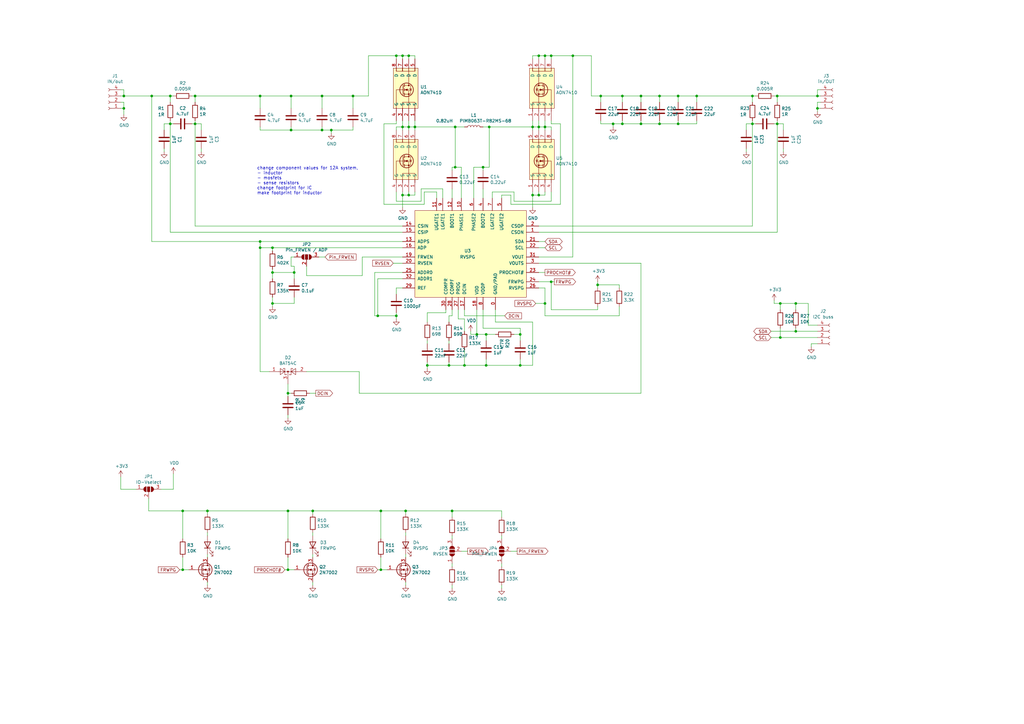
<source format=kicad_sch>
(kicad_sch (version 20211123) (generator eeschema)
  (paper "A3")
  (junction (at 220.98 22.86))
  (junction (at 119.38 53.34))
  (junction (at 186.69 52.07))
  (junction (at 167.64 22.86))
  (junction (at 106.68 39.37))
  (junction (at 234.95 22.86))
  (junction (at 218.44 80.01))
  (junction (at 74.93 209.55))
  (junction (at 154.94 129.54))
  (junction (at 318.77 39.37))
  (junction (at 80.01 50.8))
  (junction (at 185.42 209.55))
  (junction (at 318.77 50.8))
  (junction (at 111.76 111.76))
  (junction (at 69.85 39.37))
  (junction (at 165.1 52.07))
  (junction (at 170.18 52.07))
  (junction (at 278.13 50.8))
  (junction (at 308.61 50.8))
  (junction (at 186.69 68.58))
  (junction (at 262.89 50.8))
  (junction (at 80.01 39.37))
  (junction (at 223.52 52.07))
  (junction (at 119.38 39.37))
  (junction (at 213.36 137.16))
  (junction (at 255.27 50.8))
  (junction (at 195.58 137.16))
  (junction (at 111.76 124.46))
  (junction (at 335.28 39.37))
  (junction (at 320.04 124.46))
  (junction (at 165.1 80.01))
  (junction (at 198.12 68.58))
  (junction (at 226.06 115.57))
  (junction (at 166.37 209.55))
  (junction (at 74.93 233.68))
  (junction (at 199.39 149.86))
  (junction (at 245.11 116.84))
  (junction (at 223.52 22.86))
  (junction (at 262.89 39.37))
  (junction (at 120.65 111.76))
  (junction (at 200.66 52.07))
  (junction (at 270.51 39.37))
  (junction (at 62.23 39.37))
  (junction (at 308.61 39.37))
  (junction (at 167.64 80.01))
  (junction (at 218.44 52.07))
  (junction (at 106.68 101.6))
  (junction (at 156.21 209.55))
  (junction (at 85.09 209.55))
  (junction (at 144.78 39.37))
  (junction (at 118.11 233.68))
  (junction (at 190.5 149.86))
  (junction (at 220.98 80.01))
  (junction (at 111.76 101.6))
  (junction (at 326.39 124.46))
  (junction (at 106.68 99.06))
  (junction (at 184.15 149.86))
  (junction (at 226.06 22.86))
  (junction (at 156.21 233.68))
  (junction (at 69.85 50.8))
  (junction (at 320.04 138.43))
  (junction (at 335.28 44.45))
  (junction (at 223.52 124.46))
  (junction (at 128.27 209.55))
  (junction (at 270.51 50.8))
  (junction (at 50.8 44.45))
  (junction (at 167.64 52.07))
  (junction (at 118.11 161.29))
  (junction (at 162.56 22.86))
  (junction (at 213.36 149.86))
  (junction (at 132.08 39.37))
  (junction (at 220.98 52.07))
  (junction (at 118.11 209.55))
  (junction (at 175.26 149.86))
  (junction (at 135.89 53.34))
  (junction (at 285.75 39.37))
  (junction (at 132.08 53.34))
  (junction (at 255.27 39.37))
  (junction (at 251.46 50.8))
  (junction (at 165.1 22.86))
  (junction (at 199.39 137.16))
  (junction (at 326.39 135.89))
  (junction (at 50.8 39.37))
  (junction (at 278.13 39.37))
  (junction (at 162.56 129.54))
  (junction (at 246.38 39.37))
  (wire (pts (xy 170.18 52.07) (xy 170.18 53.34)))
  (wire (pts (xy 331.47 124.46) (xy 326.39 124.46)))
  (wire (pts (xy 278.13 39.37) (xy 285.75 39.37)))
  (wire (pts (xy 251.46 50.8) (xy 255.27 50.8)))
  (wire (pts (xy 106.68 39.37) (xy 119.38 39.37)))
  (wire (pts (xy 185.42 240.03) (xy 185.42 241.3)))
  (wire (pts (xy 175.26 139.7) (xy 175.26 140.97)))
  (wire (pts (xy 218.44 132.08) (xy 218.44 149.86)))
  (wire (pts (xy 308.61 92.71) (xy 308.61 50.8)))
  (wire (pts (xy 205.74 240.03) (xy 205.74 241.3)))
  (wire (pts (xy 62.23 39.37) (xy 62.23 99.06)))
  (wire (pts (xy 245.11 116.84) (xy 254 116.84)))
  (wire (pts (xy 119.38 105.41) (xy 119.38 109.22)))
  (wire (pts (xy 80.01 39.37) (xy 106.68 39.37)))
  (wire (pts (xy 154.94 114.3) (xy 154.94 129.54)))
  (wire (pts (xy 326.39 135.89) (xy 326.39 134.62)))
  (wire (pts (xy 170.18 22.86) (xy 167.64 22.86)))
  (wire (pts (xy 119.38 53.34) (xy 106.68 53.34)))
  (wire (pts (xy 119.38 39.37) (xy 132.08 39.37)))
  (wire (pts (xy 218.44 24.13) (xy 218.44 22.86)))
  (wire (pts (xy 185.42 129.54) (xy 185.42 127)))
  (wire (pts (xy 220.98 80.01) (xy 218.44 80.01)))
  (wire (pts (xy 317.5 123.19) (xy 317.5 124.46)))
  (wire (pts (xy 106.68 99.06) (xy 165.1 99.06)))
  (wire (pts (xy 201.93 81.28) (xy 201.93 78.74)))
  (wire (pts (xy 321.31 62.23) (xy 321.31 60.96)))
  (wire (pts (xy 162.56 22.86) (xy 151.13 22.86)))
  (wire (pts (xy 245.11 116.84) (xy 245.11 118.11)))
  (wire (pts (xy 185.42 231.14) (xy 185.42 232.41)))
  (wire (pts (xy 80.01 39.37) (xy 80.01 41.91)))
  (wire (pts (xy 147.32 161.29) (xy 147.32 152.4)))
  (wire (pts (xy 223.52 118.11) (xy 223.52 124.46)))
  (wire (pts (xy 335.28 135.89) (xy 326.39 135.89)))
  (wire (pts (xy 165.1 24.13) (xy 165.1 22.86)))
  (wire (pts (xy 111.76 125.73) (xy 111.76 124.46)))
  (wire (pts (xy 71.12 39.37) (xy 69.85 39.37)))
  (wire (pts (xy 184.15 139.7) (xy 184.15 140.97)))
  (wire (pts (xy 125.73 113.03) (xy 125.73 109.22)))
  (wire (pts (xy 167.64 80.01) (xy 170.18 80.01)))
  (wire (pts (xy 335.28 36.83) (xy 335.28 39.37)))
  (wire (pts (xy 162.56 49.53) (xy 162.56 50.8)))
  (wire (pts (xy 220.98 49.53) (xy 220.98 52.07)))
  (wire (pts (xy 203.2 127) (xy 203.2 132.08)))
  (wire (pts (xy 223.52 124.46) (xy 223.52 129.54)))
  (wire (pts (xy 198.12 134.62) (xy 198.12 127)))
  (wire (pts (xy 326.39 127) (xy 326.39 124.46)))
  (wire (pts (xy 50.8 39.37) (xy 62.23 39.37)))
  (wire (pts (xy 321.31 50.8) (xy 318.77 50.8)))
  (wire (pts (xy 153.67 129.54) (xy 154.94 129.54)))
  (wire (pts (xy 309.88 39.37) (xy 308.61 39.37)))
  (wire (pts (xy 66.04 200.66) (xy 71.12 200.66)))
  (wire (pts (xy 182.88 128.27) (xy 182.88 127)))
  (wire (pts (xy 111.76 102.87) (xy 111.76 101.6)))
  (wire (pts (xy 198.12 68.58) (xy 200.66 68.58)))
  (wire (pts (xy 223.52 22.86) (xy 226.06 22.86)))
  (wire (pts (xy 306.07 62.23) (xy 306.07 60.96)))
  (wire (pts (xy 220.98 101.6) (xy 223.52 101.6)))
  (wire (pts (xy 185.42 68.58) (xy 186.69 68.58)))
  (wire (pts (xy 212.09 226.06) (xy 209.55 226.06)))
  (wire (pts (xy 316.23 135.89) (xy 326.39 135.89)))
  (wire (pts (xy 223.52 129.54) (xy 254 129.54)))
  (wire (pts (xy 220.98 52.07) (xy 220.98 53.34)))
  (wire (pts (xy 184.15 129.54) (xy 184.15 132.08)))
  (wire (pts (xy 50.8 36.83) (xy 50.8 39.37)))
  (wire (pts (xy 245.11 115.57) (xy 245.11 116.84)))
  (wire (pts (xy 165.1 101.6) (xy 111.76 101.6)))
  (wire (pts (xy 190.5 135.89) (xy 190.5 130.81)))
  (wire (pts (xy 111.76 110.49) (xy 111.76 111.76)))
  (wire (pts (xy 198.12 52.07) (xy 200.66 52.07)))
  (wire (pts (xy 111.76 101.6) (xy 106.68 101.6)))
  (wire (pts (xy 186.69 52.07) (xy 190.5 52.07)))
  (wire (pts (xy 166.37 209.55) (xy 185.42 209.55)))
  (wire (pts (xy 306.07 53.34) (xy 306.07 50.8)))
  (wire (pts (xy 175.26 149.86) (xy 175.26 151.13)))
  (wire (pts (xy 119.38 109.22) (xy 120.65 109.22)))
  (wire (pts (xy 209.55 80.01) (xy 209.55 83.82)))
  (wire (pts (xy 120.65 111.76) (xy 111.76 111.76)))
  (wire (pts (xy 167.64 52.07) (xy 170.18 52.07)))
  (wire (pts (xy 270.51 41.91) (xy 270.51 39.37)))
  (wire (pts (xy 194.31 81.28) (xy 194.31 68.58)))
  (wire (pts (xy 156.21 228.6) (xy 156.21 233.68)))
  (wire (pts (xy 285.75 39.37) (xy 308.61 39.37)))
  (wire (pts (xy 220.98 115.57) (xy 226.06 115.57)))
  (wire (pts (xy 270.51 49.53) (xy 270.51 50.8)))
  (wire (pts (xy 308.61 39.37) (xy 308.61 41.91)))
  (wire (pts (xy 162.56 52.07) (xy 165.1 52.07)))
  (wire (pts (xy 205.74 80.01) (xy 209.55 80.01)))
  (wire (pts (xy 162.56 53.34) (xy 162.56 52.07)))
  (wire (pts (xy 175.26 132.08) (xy 175.26 128.27)))
  (wire (pts (xy 187.96 130.81) (xy 187.96 127)))
  (wire (pts (xy 49.53 195.58) (xy 49.53 200.66)))
  (wire (pts (xy 165.1 105.41) (xy 148.59 105.41)))
  (wire (pts (xy 69.85 39.37) (xy 69.85 41.91)))
  (wire (pts (xy 85.09 209.55) (xy 118.11 209.55)))
  (wire (pts (xy 255.27 39.37) (xy 255.27 41.91)))
  (wire (pts (xy 198.12 77.47) (xy 198.12 81.28)))
  (wire (pts (xy 335.28 39.37) (xy 336.55 39.37)))
  (wire (pts (xy 205.74 81.28) (xy 205.74 80.01)))
  (wire (pts (xy 120.65 124.46) (xy 120.65 121.92)))
  (wire (pts (xy 120.65 109.22) (xy 120.65 111.76)))
  (wire (pts (xy 317.5 39.37) (xy 318.77 39.37)))
  (wire (pts (xy 220.98 118.11) (xy 223.52 118.11)))
  (wire (pts (xy 229.87 83.82) (xy 229.87 50.8)))
  (wire (pts (xy 157.48 50.8) (xy 157.48 83.82)))
  (wire (pts (xy 166.37 218.44) (xy 166.37 219.71)))
  (wire (pts (xy 184.15 129.54) (xy 185.42 129.54)))
  (wire (pts (xy 69.85 49.53) (xy 69.85 50.8)))
  (wire (pts (xy 67.31 60.96) (xy 67.31 62.23)))
  (wire (pts (xy 198.12 68.58) (xy 198.12 69.85)))
  (wire (pts (xy 316.23 138.43) (xy 320.04 138.43)))
  (wire (pts (xy 67.31 50.8) (xy 69.85 50.8)))
  (wire (pts (xy 69.85 50.8) (xy 69.85 95.25)))
  (wire (pts (xy 128.27 240.03) (xy 128.27 238.76)))
  (wire (pts (xy 226.06 127) (xy 226.06 115.57)))
  (wire (pts (xy 270.51 39.37) (xy 278.13 39.37)))
  (wire (pts (xy 49.53 41.91) (xy 50.8 41.91)))
  (wire (pts (xy 128.27 228.6) (xy 128.27 227.33)))
  (wire (pts (xy 255.27 39.37) (xy 262.89 39.37)))
  (wire (pts (xy 69.85 95.25) (xy 165.1 95.25)))
  (wire (pts (xy 118.11 233.68) (xy 120.65 233.68)))
  (wire (pts (xy 186.69 68.58) (xy 189.23 68.58)))
  (wire (pts (xy 85.09 209.55) (xy 85.09 210.82)))
  (wire (pts (xy 242.57 22.86) (xy 242.57 39.37)))
  (wire (pts (xy 106.68 52.07) (xy 106.68 53.34)))
  (wire (pts (xy 162.56 129.54) (xy 162.56 130.81)))
  (wire (pts (xy 120.65 105.41) (xy 119.38 105.41)))
  (wire (pts (xy 205.74 209.55) (xy 205.74 212.09)))
  (wire (pts (xy 335.28 44.45) (xy 336.55 44.45)))
  (wire (pts (xy 186.69 68.58) (xy 186.69 52.07)))
  (wire (pts (xy 218.44 52.07) (xy 218.44 53.34)))
  (wire (pts (xy 74.93 233.68) (xy 77.47 233.68)))
  (wire (pts (xy 318.77 39.37) (xy 318.77 41.91)))
  (wire (pts (xy 262.89 39.37) (xy 270.51 39.37)))
  (wire (pts (xy 170.18 80.01) (xy 170.18 78.74)))
  (wire (pts (xy 227.33 115.57) (xy 226.06 115.57)))
  (wire (pts (xy 191.77 226.06) (xy 189.23 226.06)))
  (wire (pts (xy 156.21 209.55) (xy 166.37 209.55)))
  (wire (pts (xy 49.53 200.66) (xy 55.88 200.66)))
  (wire (pts (xy 193.04 137.16) (xy 195.58 137.16)))
  (wire (pts (xy 49.53 39.37) (xy 50.8 39.37)))
  (wire (pts (xy 218.44 22.86) (xy 220.98 22.86)))
  (wire (pts (xy 185.42 219.71) (xy 185.42 220.98)))
  (wire (pts (xy 226.06 22.86) (xy 226.06 24.13)))
  (wire (pts (xy 74.93 209.55) (xy 60.96 209.55)))
  (wire (pts (xy 162.56 78.74) (xy 162.56 82.55)))
  (wire (pts (xy 156.21 233.68) (xy 158.75 233.68)))
  (wire (pts (xy 135.89 54.61) (xy 135.89 53.34)))
  (wire (pts (xy 50.8 44.45) (xy 50.8 46.99)))
  (wire (pts (xy 156.21 233.68) (xy 154.94 233.68)))
  (wire (pts (xy 74.93 220.98) (xy 74.93 209.55)))
  (wire (pts (xy 220.98 107.95) (xy 262.89 107.95)))
  (wire (pts (xy 220.98 22.86) (xy 220.98 24.13)))
  (wire (pts (xy 226.06 82.55) (xy 226.06 78.74)))
  (wire (pts (xy 226.06 22.86) (xy 234.95 22.86)))
  (wire (pts (xy 190.5 149.86) (xy 190.5 143.51)))
  (wire (pts (xy 226.06 127) (xy 245.11 127)))
  (wire (pts (xy 132.08 39.37) (xy 144.78 39.37)))
  (wire (pts (xy 193.04 135.89) (xy 193.04 137.16)))
  (wire (pts (xy 320.04 124.46) (xy 317.5 124.46)))
  (wire (pts (xy 165.1 118.11) (xy 162.56 118.11)))
  (wire (pts (xy 156.21 220.98) (xy 156.21 209.55)))
  (wire (pts (xy 157.48 83.82) (xy 173.99 83.82)))
  (wire (pts (xy 234.95 22.86) (xy 242.57 22.86)))
  (wire (pts (xy 318.77 50.8) (xy 318.77 49.53)))
  (wire (pts (xy 317.5 50.8) (xy 318.77 50.8)))
  (wire (pts (xy 167.64 24.13) (xy 167.64 22.86)))
  (wire (pts (xy 278.13 50.8) (xy 285.75 50.8)))
  (wire (pts (xy 210.82 82.55) (xy 226.06 82.55)))
  (wire (pts (xy 172.72 77.47) (xy 181.61 77.47)))
  (wire (pts (xy 213.36 134.62) (xy 198.12 134.62)))
  (wire (pts (xy 218.44 85.09) (xy 218.44 80.01)))
  (wire (pts (xy 49.53 36.83) (xy 50.8 36.83)))
  (wire (pts (xy 118.11 162.56) (xy 118.11 161.29)))
  (wire (pts (xy 167.64 52.07) (xy 167.64 49.53)))
  (wire (pts (xy 254 129.54) (xy 254 125.73)))
  (wire (pts (xy 220.98 78.74) (xy 220.98 80.01)))
  (wire (pts (xy 321.31 53.34) (xy 321.31 50.8)))
  (wire (pts (xy 106.68 152.4) (xy 110.49 152.4)))
  (wire (pts (xy 218.44 49.53) (xy 218.44 52.07)))
  (wire (pts (xy 306.07 50.8) (xy 308.61 50.8)))
  (wire (pts (xy 278.13 49.53) (xy 278.13 50.8)))
  (wire (pts (xy 119.38 44.45) (xy 119.38 39.37)))
  (wire (pts (xy 118.11 161.29) (xy 119.38 161.29)))
  (wire (pts (xy 205.74 231.14) (xy 205.74 232.41)))
  (wire (pts (xy 132.08 52.07) (xy 132.08 53.34)))
  (wire (pts (xy 184.15 149.86) (xy 190.5 149.86)))
  (wire (pts (xy 106.68 99.06) (xy 62.23 99.06)))
  (wire (pts (xy 331.47 133.35) (xy 331.47 124.46)))
  (wire (pts (xy 320.04 127) (xy 320.04 124.46)))
  (wire (pts (xy 285.75 41.91) (xy 285.75 39.37)))
  (wire (pts (xy 203.2 132.08) (xy 218.44 132.08)))
  (wire (pts (xy 170.18 24.13) (xy 170.18 22.86)))
  (wire (pts (xy 132.08 44.45) (xy 132.08 39.37)))
  (wire (pts (xy 166.37 209.55) (xy 166.37 210.82)))
  (wire (pts (xy 262.89 41.91) (xy 262.89 39.37)))
  (wire (pts (xy 223.52 22.86) (xy 223.52 24.13)))
  (wire (pts (xy 166.37 228.6) (xy 166.37 227.33)))
  (wire (pts (xy 246.38 50.8) (xy 251.46 50.8)))
  (wire (pts (xy 80.01 50.8) (xy 80.01 49.53)))
  (wire (pts (xy 82.55 50.8) (xy 82.55 53.34)))
  (wire (pts (xy 185.42 77.47) (xy 185.42 81.28)))
  (wire (pts (xy 118.11 228.6) (xy 118.11 233.68)))
  (wire (pts (xy 251.46 52.07) (xy 251.46 50.8)))
  (wire (pts (xy 262.89 107.95) (xy 262.89 161.29)))
  (wire (pts (xy 173.99 78.74) (xy 173.99 83.82)))
  (wire (pts (xy 335.28 41.91) (xy 335.28 44.45)))
  (wire (pts (xy 130.81 105.41) (xy 133.35 105.41)))
  (wire (pts (xy 255.27 50.8) (xy 255.27 49.53)))
  (wire (pts (xy 151.13 22.86) (xy 151.13 39.37)))
  (wire (pts (xy 74.93 209.55) (xy 85.09 209.55)))
  (wire (pts (xy 165.1 78.74) (xy 165.1 80.01)))
  (wire (pts (xy 255.27 50.8) (xy 262.89 50.8)))
  (wire (pts (xy 106.68 101.6) (xy 106.68 99.06)))
  (wire (pts (xy 175.26 128.27) (xy 182.88 128.27)))
  (wire (pts (xy 213.36 134.62) (xy 213.36 137.16)))
  (wire (pts (xy 190.5 127) (xy 190.5 129.54)))
  (wire (pts (xy 285.75 50.8) (xy 285.75 49.53)))
  (wire (pts (xy 111.76 124.46) (xy 120.65 124.46)))
  (wire (pts (xy 318.77 39.37) (xy 335.28 39.37)))
  (wire (pts (xy 127 161.29) (xy 129.54 161.29)))
  (wire (pts (xy 335.28 41.91) (xy 336.55 41.91)))
  (wire (pts (xy 118.11 170.18) (xy 118.11 171.45)))
  (wire (pts (xy 213.36 137.16) (xy 213.36 139.7)))
  (wire (pts (xy 82.55 62.23) (xy 82.55 60.96)))
  (wire (pts (xy 78.74 39.37) (xy 80.01 39.37)))
  (wire (pts (xy 223.52 52.07) (xy 220.98 52.07)))
  (wire (pts (xy 62.23 39.37) (xy 69.85 39.37)))
  (wire (pts (xy 199.39 139.7) (xy 199.39 137.16)))
  (wire (pts (xy 189.23 68.58) (xy 189.23 81.28)))
  (wire (pts (xy 262.89 161.29) (xy 147.32 161.29)))
  (wire (pts (xy 49.53 44.45) (xy 50.8 44.45)))
  (wire (pts (xy 67.31 53.34) (xy 67.31 50.8)))
  (wire (pts (xy 147.32 152.4) (xy 125.73 152.4)))
  (wire (pts (xy 218.44 80.01) (xy 218.44 78.74)))
  (wire (pts (xy 195.58 137.16) (xy 199.39 137.16)))
  (wire (pts (xy 335.28 44.45) (xy 335.28 45.72)))
  (wire (pts (xy 118.11 209.55) (xy 128.27 209.55)))
  (wire (pts (xy 234.95 22.86) (xy 234.95 105.41)))
  (wire (pts (xy 184.15 149.86) (xy 184.15 148.59)))
  (wire (pts (xy 162.56 128.27) (xy 162.56 129.54)))
  (wire (pts (xy 234.95 105.41) (xy 220.98 105.41)))
  (wire (pts (xy 170.18 52.07) (xy 170.18 49.53)))
  (wire (pts (xy 118.11 220.98) (xy 118.11 209.55)))
  (wire (pts (xy 223.52 111.76) (xy 220.98 111.76)))
  (wire (pts (xy 219.71 124.46) (xy 223.52 124.46)))
  (wire (pts (xy 162.56 118.11) (xy 162.56 120.65)))
  (wire (pts (xy 262.89 50.8) (xy 270.51 50.8)))
  (wire (pts (xy 162.56 82.55) (xy 172.72 82.55)))
  (wire (pts (xy 118.11 233.68) (xy 116.84 233.68)))
  (wire (pts (xy 119.38 53.34) (xy 132.08 53.34)))
  (wire (pts (xy 78.74 50.8) (xy 80.01 50.8)))
  (wire (pts (xy 320.04 138.43) (xy 320.04 134.62)))
  (wire (pts (xy 50.8 41.91) (xy 50.8 44.45)))
  (wire (pts (xy 80.01 50.8) (xy 82.55 50.8)))
  (wire (pts (xy 165.1 49.53) (xy 165.1 52.07)))
  (wire (pts (xy 278.13 41.91) (xy 278.13 39.37)))
  (wire (pts (xy 226.06 53.34) (xy 226.06 52.07)))
  (wire (pts (xy 148.59 113.03) (xy 125.73 113.03)))
  (wire (pts (xy 242.57 39.37) (xy 246.38 39.37)))
  (wire (pts (xy 190.5 129.54) (xy 207.01 129.54)))
  (wire (pts (xy 120.65 114.3) (xy 120.65 111.76)))
  (wire (pts (xy 167.64 22.86) (xy 165.1 22.86)))
  (wire (pts (xy 165.1 80.01) (xy 165.1 85.09)))
  (wire (pts (xy 60.96 209.55) (xy 60.96 204.47)))
  (wire (pts (xy 210.82 78.74) (xy 210.82 82.55)))
  (wire (pts (xy 195.58 127) (xy 195.58 137.16)))
  (wire (pts (xy 270.51 50.8) (xy 278.13 50.8)))
  (wire (pts (xy 229.87 50.8) (xy 226.06 50.8)))
  (wire (pts (xy 254 116.84) (xy 254 118.11)))
  (wire (pts (xy 185.42 68.58) (xy 185.42 69.85)))
  (wire (pts (xy 148.59 105.41) (xy 148.59 113.03)))
  (wire (pts (xy 185.42 209.55) (xy 205.74 209.55)))
  (wire (pts (xy 181.61 77.47) (xy 181.61 81.28)))
  (wire (pts (xy 175.26 148.59) (xy 175.26 149.86)))
  (wire (pts (xy 179.07 81.28) (xy 179.07 78.74)))
  (wire (pts (xy 144.78 39.37) (xy 151.13 39.37)))
  (wire (pts (xy 220.98 22.86) (xy 223.52 22.86)))
  (wire (pts (xy 144.78 44.45) (xy 144.78 39.37)))
  (wire (pts (xy 245.11 127) (xy 245.11 125.73)))
  (wire (pts (xy 167.64 53.34) (xy 167.64 52.07)))
  (wire (pts (xy 223.52 99.06) (xy 220.98 99.06)))
  (wire (pts (xy 220.98 92.71) (xy 308.61 92.71)))
  (wire (pts (xy 332.74 140.97) (xy 332.74 142.24)))
  (wire (pts (xy 80.01 92.71) (xy 165.1 92.71)))
  (wire (pts (xy 220.98 95.25) (xy 318.77 95.25)))
  (wire (pts (xy 74.93 233.68) (xy 73.66 233.68)))
  (wire (pts (xy 106.68 101.6) (xy 106.68 152.4)))
  (wire (pts (xy 132.08 53.34) (xy 135.89 53.34)))
  (wire (pts (xy 154.94 129.54) (xy 162.56 129.54)))
  (wire (pts (xy 199.39 147.32) (xy 199.39 149.86)))
  (wire (pts (xy 246.38 49.53) (xy 246.38 50.8)))
  (wire (pts (xy 111.76 121.92) (xy 111.76 124.46)))
  (wire (pts (xy 161.29 107.95) (xy 165.1 107.95)))
  (wire (pts (xy 166.37 240.03) (xy 166.37 238.76)))
  (wire (pts (xy 336.55 36.83) (xy 335.28 36.83)))
  (wire (pts (xy 246.38 39.37) (xy 255.27 39.37)))
  (wire (pts (xy 172.72 82.55) (xy 172.72 77.47)))
  (wire (pts (xy 69.85 50.8) (xy 71.12 50.8)))
  (wire (pts (xy 308.61 50.8) (xy 309.88 50.8)))
  (wire (pts (xy 165.1 80.01) (xy 167.64 80.01)))
  (wire (pts (xy 194.31 68.58) (xy 198.12 68.58)))
  (wire (pts (xy 218.44 149.86) (xy 213.36 149.86)))
  (wire (pts (xy 201.93 78.74) (xy 210.82 78.74)))
  (wire (pts (xy 190.5 149.86) (xy 199.39 149.86)))
  (wire (pts (xy 226.06 50.8) (xy 226.06 49.53)))
  (wire (pts (xy 209.55 83.82) (xy 229.87 83.82)))
  (wire (pts (xy 85.09 240.03) (xy 85.09 238.76)))
  (wire (pts (xy 162.56 22.86) (xy 162.56 24.13)))
  (wire (pts (xy 165.1 114.3) (xy 154.94 114.3)))
  (wire (pts (xy 175.26 149.86) (xy 184.15 149.86)))
  (wire (pts (xy 165.1 52.07) (xy 165.1 53.34)))
  (wire (pts (xy 335.28 133.35) (xy 331.47 133.35)))
  (wire (pts (xy 335.28 140.97) (xy 332.74 140.97)))
  (wire (pts (xy 153.67 111.76) (xy 153.67 129.54)))
  (wire (pts (xy 167.64 78.74) (xy 167.64 80.01)))
  (wire (pts (xy 106.68 44.45) (xy 106.68 39.37)))
  (wire (pts (xy 144.78 52.07) (xy 144.78 53.34)))
  (wire (pts (xy 85.09 218.44) (xy 85.09 219.71)))
  (wire (pts (xy 128.27 209.55) (xy 128.27 210.82)))
  (wire (pts (xy 165.1 111.76) (xy 153.67 111.76)))
  (wire (pts (xy 162.56 50.8) (xy 157.48 50.8)))
  (wire (pts (xy 199.39 149.86) (xy 213.36 149.86)))
  (wire (pts (xy 74.93 228.6) (xy 74.93 233.68)))
  (wire (pts (xy 111.76 111.76) (xy 111.76 114.3)))
  (wire (pts (xy 80.01 92.71) (xy 80.01 50.8)))
  (wire (pts (xy 71.12 200.66) (xy 71.12 194.31)))
  (wire (pts (xy 179.07 78.74) (xy 173.99 78.74)))
  (wire (pts (xy 318.77 95.25) (xy 318.77 50.8)))
  (wire (pts (xy 190.5 130.81) (xy 187.96 130.81)))
  (wire (pts (xy 335.28 138.43) (xy 320.04 138.43)))
  (wire (pts (xy 210.82 137.16) (xy 213.36 137.16)))
  (wire (pts (xy 205.74 219.71) (xy 205.74 220.98)))
  (wire (pts (xy 223.52 49.53) (xy 223.52 52.07)))
  (wire (pts (xy 226.06 52.07) (xy 223.52 52.07)))
  (wire (pts (xy 262.89 49.53) (xy 262.89 50.8)))
  (wire (pts (xy 223.52 80.01) (xy 223.52 78.74)))
  (wire (pts (xy 128.27 218.44) (xy 128.27 219.71)))
  (wire (pts (xy 199.39 137.16) (xy 203.2 137.16)))
  (wire (pts (xy 85.09 228.6) (xy 85.09 227.33)))
  (wire (pts (xy 128.27 209.55) (xy 156.21 209.55)))
  (wire (pts (xy 165.1 52.07) (xy 167.64 52.07)))
  (wire (pts (xy 220.98 52.07) (xy 218.44 52.07)))
  (wire (pts (xy 119.38 53.34) (xy 119.38 52.07)))
  (wire (pts (xy 118.11 157.48) (xy 118.11 161.29)))
  (wire (pts (xy 308.61 49.53) (xy 308.61 50.8)))
  (wire (pts (xy 135.89 53.34) (xy 144.78 53.34)))
  (wire (pts (xy 223.52 52.07) (xy 223.52 53.34)))
  (wire (pts (xy 326.39 124.46) (xy 320.04 124.46)))
  (wire (pts (xy 220.98 80.01) (xy 223.52 80.01)))
  (wire (pts (xy 200.66 68.58) (xy 200.66 52.07)))
  (wire (pts (xy 185.42 212.09) (xy 185.42 209.55)))
  (wire (pts (xy 213.36 149.86) (xy 213.36 147.32)))
  (wire (pts (xy 200.66 52.07) (xy 218.44 52.07)))
  (wire (pts (xy 170.18 52.07) (xy 186.69 52.07)))
  (wire (pts (xy 162.56 22.86) (xy 165.1 22.86)))
  (wire (pts (xy 246.38 41.91) (xy 246.38 39.37)))
  (text "change component values for 12A system, \n- inductor\n- mosfets\n- sense resistors\nchange footprint for IC\nmake footprint for inductor" (at 105.41 80.01 0) (effects (font (size 1.27 1.27)) (justify left bottom)))
  (global_label "RVSPG" (shape input) (at 219.71 124.46 180) (property "Intersheet References" "${INTERSHEET_REFS}" (effects hide)))
  (global_label "SCL" (shape bidirectional) (at 316.23 138.43 180) (property "Intersheet References" "${INTERSHEET_REFS}" (effects hide)))
  (global_label "DCIN" (shape output) (at 129.54 161.29 0) (property "Intersheet References" "${INTERSHEET_REFS}" (effects hide)))
  (global_label "Pin_FRWEN" (shape output) (at 212.09 226.06 0) (property "Intersheet References" "${INTERSHEET_REFS}" (effects hide)))
  (global_label "RVSEN" (shape input) (at 161.29 107.95 180) (property "Intersheet References" "${INTERSHEET_REFS}" (effects hide)))
  (global_label "DCIN" (shape input) (at 207.01 129.54 0) (property "Intersheet References" "${INTERSHEET_REFS}" (effects hide)))
  (global_label "PROCHOT#" (shape output) (at 223.52 111.76 0) (property "Intersheet References" "${INTERSHEET_REFS}" (effects hide)))
  (global_label "PROCHOT#" (shape input) (at 116.84 233.68 180) (property "Intersheet References" "${INTERSHEET_REFS}" (effects hide)))
  (global_label "FRWPG" (shape output) (at 227.33 115.57 0) (property "Intersheet References" "${INTERSHEET_REFS}" (effects hide)))
  (global_label "SDA" (shape bidirectional) (at 223.52 99.06 0) (property "Intersheet References" "${INTERSHEET_REFS}" (effects hide)))
  (global_label "FRWPG" (shape input) (at 73.66 233.68 180) (property "Intersheet References" "${INTERSHEET_REFS}" (effects hide)))
  (global_label "Pin_FRWEN" (shape input) (at 133.35 105.41 0) (property "Intersheet References" "${INTERSHEET_REFS}" (effects hide)))
  (global_label "RVSPG" (shape input) (at 154.94 233.68 180) (property "Intersheet References" "${INTERSHEET_REFS}" (effects hide)))
  (global_label "SDA" (shape bidirectional) (at 316.23 135.89 180) (property "Intersheet References" "${INTERSHEET_REFS}" (effects hide)))
  (global_label "SCL" (shape bidirectional) (at 223.52 101.6 0) (property "Intersheet References" "${INTERSHEET_REFS}" (effects hide)))
  (global_label "RVSEN" (shape output) (at 191.77 226.06 0) (property "Intersheet References" "${INTERSHEET_REFS}" (effects hide)))
  (symbol (lib_id "ISL95338:ISL95338") (at 191.77 99.06 0) (unit 1)
    (property "Reference" "U3" (at 191.77 102.87 0))
    (property "Value" "RVSPG" (at 191.77 105.41 0))
    (property "Footprint" "Package_DFN_QFN:QFN-32-1EP_4x4mm_P0.4mm_EP2.9x2.9mm" (effects hide))
    (property "Datasheet" "https://www.intersil.com/content/dam/Intersil/documents/isl9/isl95338.pdf" (effects hide))
  )
  (symbol (lib_id "power:GND") (at 162.56 130.81 0) (unit 1)
    (property "Reference" "#PWR0101" (effects hide))
    (property "Value" "GND" (at 162.687 135.2042 0))
  )
  (symbol (lib_id "Device:C") (at 162.56 124.46 0) (unit 1)
    (property "Reference" "C10" (at 165.481 123.2916 0) (effects (justify left)))
    (property "Value" "1000pF" (at 165.481 125.603 0) (effects (justify left)))
    (property "Footprint" "Capacitor_SMD:C_0603_1608Metric" (effects hide))
  )
  (symbol (lib_id "Device:L") (at 194.31 52.07 90) (unit 1)
    (property "Reference" "L1" (at 194.31 47.244 90))
    (property "Value" "0.82uH   PIMB063T-R82MS-68" (at 194.31 49.5554 90))
    (property "Footprint" "PIMB063T-R82MS-68:PIMB063T-R82MS-68" (effects hide))
    (property "Datasheet" "http://static6.arrow.com/aropdfconversion/786bc0534771d8612672aefcc8d95d20f5becea1/cyntecpimb063t-r47ms-68spec.pdf" (effects hide))
  )
  (symbol (lib_id "Device:C") (at 185.42 73.66 0) (unit 1)
    (property "Reference" "C13" (at 188.341 72.4916 0) (effects (justify left)))
    (property "Value" "0.22uF" (at 188.341 74.803 0) (effects (justify left)))
    (property "Footprint" "Capacitor_SMD:C_0603_1608Metric" (effects hide))
  )
  (symbol (lib_id "Device:C") (at 198.12 73.66 0) (unit 1)
    (property "Reference" "C14" (at 201.041 72.4916 0) (effects (justify left)))
    (property "Value" "0.22uF" (at 201.041 74.803 0) (effects (justify left)))
    (property "Footprint" "Capacitor_SMD:C_0603_1608Metric" (effects hide))
  )
  (symbol (lib_id "power:GND") (at 218.44 85.09 0) (unit 1)
    (property "Reference" "#PWR0102" (effects hide))
    (property "Value" "GND" (at 218.567 89.4842 0))
  )
  (symbol (lib_id "power:GND") (at 165.1 85.09 0) (unit 1)
    (property "Reference" "#PWR0103" (effects hide))
    (property "Value" "GND" (at 165.227 89.4842 0))
  )
  (symbol (lib_id "Device:C") (at 246.38 45.72 0) (unit 1)
    (property "Reference" "C17" (at 249.301 44.5516 0) (effects (justify left)))
    (property "Value" "22uF" (at 249.301 46.863 0) (effects (justify left)))
    (property "Footprint" "Capacitor_SMD:C_0805_2012Metric" (effects hide))
  )
  (symbol (lib_id "Device:R") (at 74.93 39.37 270) (unit 1)
    (property "Reference" "R2" (at 74.93 34.1122 90))
    (property "Value" "0.005R" (at 74.93 36.4236 90))
    (property "Footprint" "Resistor_SMD:R_2512_6332Metric" (effects hide))
  )
  (symbol (lib_id "Device:R") (at 80.01 45.72 180) (unit 1)
    (property "Reference" "R4" (at 81.788 44.5516 0) (effects (justify right)))
    (property "Value" "1R" (at 81.788 46.863 0) (effects (justify right)))
    (property "Footprint" "Resistor_SMD:R_0603_1608Metric" (effects hide))
  )
  (symbol (lib_id "Device:C") (at 74.93 50.8 270) (unit 1)
    (property "Reference" "C2" (at 74.93 44.3992 90))
    (property "Value" "4.7uF" (at 74.93 46.7106 90))
    (property "Footprint" "Capacitor_SMD:C_0603_1608Metric" (effects hide))
  )
  (symbol (lib_id "Device:R") (at 69.85 45.72 180) (unit 1)
    (property "Reference" "R1" (at 64.77 44.45 0) (effects (justify right)))
    (property "Value" "1R" (at 64.77 46.99 0) (effects (justify right)))
    (property "Footprint" "Resistor_SMD:R_0603_1608Metric" (effects hide))
  )
  (symbol (lib_id "power:GND") (at 135.89 54.61 0) (unit 1)
    (property "Reference" "#PWR0104" (effects hide))
    (property "Value" "GND" (at 136.017 59.0042 0))
  )
  (symbol (lib_id "AON7410:AON7410") (at 173.99 36.83 270) (mirror x) (unit 1)
    (property "Reference" "U1" (at 172.4152 35.6616 90) (effects (justify left)))
    (property "Value" "AON7410" (at 172.4152 37.973 90) (effects (justify left)))
    (property "Footprint" "Package_DFN_QFN:DFN-6-1EP_3x3mm_P1mm_EP1.5x2.4mm" (effects hide))
    (property "Datasheet" "http://aosmd.com/pdfs/datasheet/AON7410.pdf" (effects hide))
  )
  (symbol (lib_id "AON7410:AON7410") (at 173.99 66.04 270) (mirror x) (unit 1)
    (property "Reference" "U2" (at 172.4152 64.8716 90) (effects (justify left)))
    (property "Value" "AON7410" (at 172.4152 67.183 90) (effects (justify left)))
    (property "Footprint" "Package_DFN_QFN:DFN-6-1EP_3x3mm_P1mm_EP1.5x2.4mm" (effects hide))
    (property "Datasheet" "http://aosmd.com/pdfs/datasheet/AON7410.pdf" (effects hide))
  )
  (symbol (lib_id "power:GND") (at 50.8 46.99 0) (unit 1)
    (property "Reference" "#PWR0105" (effects hide))
    (property "Value" "GND" (at 50.927 51.3842 0))
  )
  (symbol (lib_id "Device:R") (at 313.69 39.37 270) (unit 1)
    (property "Reference" "R24" (at 313.69 34.1122 90))
    (property "Value" "0.005R" (at 313.69 36.4236 90))
    (property "Footprint" "Resistor_SMD:R_2512_6332Metric" (effects hide))
  )
  (symbol (lib_id "Device:R") (at 318.77 45.72 180) (unit 1)
    (property "Reference" "R25" (at 320.548 44.5516 0) (effects (justify right)))
    (property "Value" "1R" (at 320.548 46.863 0) (effects (justify right)))
    (property "Footprint" "Resistor_SMD:R_0603_1608Metric" (effects hide))
  )
  (symbol (lib_id "Device:C") (at 313.69 50.8 270) (unit 1)
    (property "Reference" "C24" (at 313.69 44.3992 90))
    (property "Value" "4.7uF" (at 313.69 46.7106 90))
    (property "Footprint" "Capacitor_SMD:C_0603_1608Metric" (effects hide))
  )
  (symbol (lib_id "Device:R") (at 308.61 45.72 180) (unit 1)
    (property "Reference" "R23" (at 303.53 44.45 0) (effects (justify right)))
    (property "Value" "1R" (at 303.53 46.99 0) (effects (justify right)))
    (property "Footprint" "Resistor_SMD:R_0603_1608Metric" (effects hide))
  )
  (symbol (lib_id "power:GND") (at 251.46 52.07 0) (unit 1)
    (property "Reference" "#PWR0106" (effects hide))
    (property "Value" "GND" (at 251.587 56.4642 0))
  )
  (symbol (lib_id "Connector:Conn_01x04_Female") (at 340.36 138.43 0) (mirror x) (unit 1)
    (property "Reference" "J2" (at 337.6168 127.635 0))
    (property "Value" "I2C buss" (at 337.6168 129.9464 0))
    (property "Footprint" "Connector_PinSocket_2.54mm:PinSocket_1x04_P2.54mm_Vertical" (effects hide))
  )
  (symbol (lib_id "power:GND") (at 332.74 142.24 0) (unit 1)
    (property "Reference" "#PWR0107" (effects hide))
    (property "Value" "GND" (at 332.867 146.6342 0))
  )
  (symbol (lib_id "Device:R") (at 326.39 130.81 0) (unit 1)
    (property "Reference" "R27" (at 328.168 129.6416 0) (effects (justify left)))
    (property "Value" "10K" (at 328.168 131.953 0) (effects (justify left)))
    (property "Footprint" "Resistor_SMD:R_0603_1608Metric" (effects hide))
  )
  (symbol (lib_id "Device:R") (at 320.04 130.81 0) (unit 1)
    (property "Reference" "R26" (at 321.818 129.6416 0) (effects (justify left)))
    (property "Value" "10K" (at 321.818 131.953 0) (effects (justify left)))
    (property "Footprint" "Resistor_SMD:R_0603_1608Metric" (effects hide))
  )
  (symbol (lib_id "AON7410:AON7410") (at 214.63 66.04 90) (unit 1)
    (property "Reference" "U5" (at 228.0412 64.8716 90) (effects (justify right)))
    (property "Value" "AON7410" (at 228.0412 67.183 90) (effects (justify right)))
    (property "Footprint" "Package_DFN_QFN:DFN-6-1EP_3x3mm_P1mm_EP1.5x2.4mm" (effects hide))
    (property "Datasheet" "http://aosmd.com/pdfs/datasheet/AON7410.pdf" (effects hide))
  )
  (symbol (lib_id "AON7410:AON7410") (at 214.63 36.83 90) (unit 1)
    (property "Reference" "U4" (at 228.0412 35.6616 90) (effects (justify right)))
    (property "Value" "AON7410" (at 228.0412 37.973 90) (effects (justify right)))
    (property "Footprint" "Package_DFN_QFN:DFN-6-1EP_3x3mm_P1mm_EP1.5x2.4mm" (effects hide))
    (property "Datasheet" "http://aosmd.com/pdfs/datasheet/AON7410.pdf" (effects hide))
  )
  (symbol (lib_id "power:+3.3V") (at 317.5 123.19 0) (unit 1)
    (property "Reference" "#PWR0108" (effects hide))
    (property "Value" "+3.3V" (at 317.881 118.7958 0))
  )
  (symbol (lib_id "Device:R") (at 245.11 121.92 0) (unit 1)
    (property "Reference" "R21" (at 246.888 120.7516 0) (effects (justify left)))
    (property "Value" "3.3K" (at 246.888 123.063 0) (effects (justify left)))
    (property "Footprint" "Resistor_SMD:R_0603_1608Metric" (effects hide))
  )
  (symbol (lib_id "Device:R") (at 254 121.92 0) (unit 1)
    (property "Reference" "R22" (at 255.778 120.7516 0) (effects (justify left)))
    (property "Value" "3.3K" (at 255.778 123.063 0) (effects (justify left)))
    (property "Footprint" "Resistor_SMD:R_0603_1608Metric" (effects hide))
  )
  (symbol (lib_id "power:+3.3V") (at 245.11 115.57 0) (unit 1)
    (property "Reference" "#PWR0109" (effects hide))
    (property "Value" "+3.3V" (at 245.491 111.1758 0))
  )
  (symbol (lib_id "power:GND") (at 335.28 45.72 0) (unit 1)
    (property "Reference" "#PWR0110" (effects hide))
    (property "Value" "GND" (at 335.407 50.1142 0))
  )
  (symbol (lib_id "Device:C") (at 106.68 48.26 0) (unit 1)
    (property "Reference" "C4" (at 109.601 47.0916 0) (effects (justify left)))
    (property "Value" "4.7uF" (at 109.601 49.403 0) (effects (justify left)))
    (property "Footprint" "Capacitor_SMD:C_0805_2012Metric" (effects hide))
  )
  (symbol (lib_id "Device:C") (at 119.38 48.26 0) (unit 1)
    (property "Reference" "C6" (at 122.301 47.0916 0) (effects (justify left)))
    (property "Value" "4.7uF" (at 122.301 49.403 0) (effects (justify left)))
    (property "Footprint" "Capacitor_SMD:C_0805_2012Metric" (effects hide))
  )
  (symbol (lib_id "Device:C") (at 132.08 48.26 0) (unit 1)
    (property "Reference" "C8" (at 135.001 47.0916 0) (effects (justify left)))
    (property "Value" "4.7uF" (at 135.001 49.403 0) (effects (justify left)))
    (property "Footprint" "Capacitor_SMD:C_0805_2012Metric" (effects hide))
  )
  (symbol (lib_id "Device:C") (at 144.78 48.26 0) (unit 1)
    (property "Reference" "C9" (at 147.701 47.0916 0) (effects (justify left)))
    (property "Value" "4.7uF" (at 147.701 49.403 0) (effects (justify left)))
    (property "Footprint" "Capacitor_SMD:C_0805_2012Metric" (effects hide))
  )
  (symbol (lib_id "Connector:Conn_01x04_Female") (at 44.45 41.91 180) (unit 1)
    (property "Reference" "J1" (at 47.1932 31.115 0))
    (property "Value" "IN/out" (at 47.1932 33.4264 0))
    (property "Footprint" "Connector_PinSocket_2.54mm:PinSocket_1x04_P2.54mm_Vertical" (effects hide))
  )
  (symbol (lib_id "Device:C") (at 255.27 45.72 0) (unit 1)
    (property "Reference" "C18" (at 258.191 44.5516 0) (effects (justify left)))
    (property "Value" "22uF" (at 258.191 46.863 0) (effects (justify left)))
    (property "Footprint" "Capacitor_SMD:C_0805_2012Metric" (effects hide))
  )
  (symbol (lib_id "Device:C") (at 262.89 45.72 0) (unit 1)
    (property "Reference" "C19" (at 265.811 44.5516 0) (effects (justify left)))
    (property "Value" "22uF" (at 265.811 46.863 0) (effects (justify left)))
    (property "Footprint" "Capacitor_SMD:C_0805_2012Metric" (effects hide))
  )
  (symbol (lib_id "Device:C") (at 270.51 45.72 0) (unit 1)
    (property "Reference" "C20" (at 273.431 44.5516 0) (effects (justify left)))
    (property "Value" "22uF" (at 273.431 46.863 0) (effects (justify left)))
    (property "Footprint" "Capacitor_SMD:C_0805_2012Metric" (effects hide))
  )
  (symbol (lib_id "Device:C") (at 278.13 45.72 0) (unit 1)
    (property "Reference" "C21" (at 281.051 44.5516 0) (effects (justify left)))
    (property "Value" "22uF" (at 281.051 46.863 0) (effects (justify left)))
    (property "Footprint" "Capacitor_SMD:C_0805_2012Metric" (effects hide))
  )
  (symbol (lib_id "Device:C") (at 285.75 45.72 0) (unit 1)
    (property "Reference" "C22" (at 288.671 44.5516 0) (effects (justify left)))
    (property "Value" "22uF" (at 288.671 46.863 0) (effects (justify left)))
    (property "Footprint" "Capacitor_SMD:C_0805_2012Metric" (effects hide))
  )
  (symbol (lib_id "Connector:Conn_01x04_Female") (at 341.63 41.91 0) (mirror x) (unit 1)
    (property "Reference" "J3" (at 338.8868 31.115 0))
    (property "Value" "in/OUT" (at 338.8868 33.4264 0))
    (property "Footprint" "Connector_PinSocket_2.54mm:PinSocket_1x04_P2.54mm_Vertical" (effects hide))
  )
  (symbol (lib_id "Device:C") (at 321.31 57.15 180) (unit 1)
    (property "Reference" "C25" (at 327.7108 57.15 90))
    (property "Value" "1uF" (at 325.3994 57.15 90))
    (property "Footprint" "Capacitor_SMD:C_0603_1608Metric" (effects hide))
  )
  (symbol (lib_id "power:GND") (at 321.31 62.23 0) (unit 1)
    (property "Reference" "#PWR0111" (effects hide))
    (property "Value" "GND" (at 321.437 66.6242 0))
  )
  (symbol (lib_id "Device:C") (at 306.07 57.15 180) (unit 1)
    (property "Reference" "C23" (at 312.4708 57.15 90))
    (property "Value" "1uF" (at 310.1594 57.15 90))
    (property "Footprint" "Capacitor_SMD:C_0603_1608Metric" (effects hide))
  )
  (symbol (lib_id "power:GND") (at 306.07 62.23 0) (unit 1)
    (property "Reference" "#PWR0112" (effects hide))
    (property "Value" "GND" (at 306.197 66.6242 0))
  )
  (symbol (lib_id "Device:C") (at 82.55 57.15 180) (unit 1)
    (property "Reference" "C3" (at 88.9508 57.15 90))
    (property "Value" "1uF" (at 86.6394 57.15 90))
    (property "Footprint" "Capacitor_SMD:C_0603_1608Metric" (effects hide))
  )
  (symbol (lib_id "Device:C") (at 67.31 57.15 180) (unit 1)
    (property "Reference" "C1" (at 73.7108 57.15 90))
    (property "Value" "1uF" (at 71.3994 57.15 90))
    (property "Footprint" "Capacitor_SMD:C_0603_1608Metric" (effects hide))
  )
  (symbol (lib_id "power:GND") (at 67.31 62.23 0) (unit 1)
    (property "Reference" "#PWR0113" (effects hide))
    (property "Value" "GND" (at 67.437 66.6242 0))
  )
  (symbol (lib_id "power:GND") (at 82.55 62.23 0) (unit 1)
    (property "Reference" "#PWR0114" (effects hide))
    (property "Value" "GND" (at 82.677 66.6242 0))
  )
  (symbol (lib_id "Device:C") (at 175.26 144.78 0) (unit 1)
    (property "Reference" "C11" (at 178.181 143.6116 0) (effects (justify left)))
    (property "Value" "22nF" (at 178.181 145.923 0) (effects (justify left)))
    (property "Footprint" "Capacitor_SMD:C_0603_1608Metric" (effects hide))
  )
  (symbol (lib_id "Device:R") (at 175.26 135.89 0) (unit 1)
    (property "Reference" "R13" (at 177.038 134.7216 0) (effects (justify left)))
    (property "Value" "698" (at 177.038 137.033 0) (effects (justify left)))
    (property "Footprint" "Resistor_SMD:R_0603_1608Metric" (effects hide))
  )
  (symbol (lib_id "power:GND") (at 175.26 151.13 0) (unit 1)
    (property "Reference" "#PWR0115" (effects hide))
    (property "Value" "GND" (at 175.387 155.5242 0))
  )
  (symbol (lib_id "Device:C") (at 184.15 144.78 0) (unit 1)
    (property "Reference" "C12" (at 187.071 143.6116 0) (effects (justify left)))
    (property "Value" "22nF" (at 187.071 145.923 0) (effects (justify left)))
    (property "Footprint" "Capacitor_SMD:C_0603_1608Metric" (effects hide))
  )
  (symbol (lib_id "Device:R") (at 184.15 135.89 0) (unit 1)
    (property "Reference" "R14" (at 185.928 134.7216 0) (effects (justify left)))
    (property "Value" "698" (at 185.928 137.033 0) (effects (justify left)))
    (property "Footprint" "Resistor_SMD:R_0603_1608Metric" (effects hide))
  )
  (symbol (lib_id "power:VDD") (at 193.04 135.89 0) (unit 1)
    (property "Reference" "#PWR0125" (effects hide))
    (property "Value" "VDD" (at 193.421 131.4958 0))
  )
  (symbol (lib_id "Device:R") (at 190.5 139.7 0) (unit 1)
    (property "Reference" "R17" (at 192.278 138.5316 0) (effects (justify left)))
    (property "Value" "133K" (at 192.278 140.843 0) (effects (justify left)))
    (property "Footprint" "Resistor_SMD:R_0603_1608Metric" (effects hide))
  )
  (symbol (lib_id "Device:R") (at 207.01 137.16 270) (unit 1)
    (property "Reference" "R20" (at 208.1784 138.938 0) (effects (justify left)))
    (property "Value" "4.7R" (at 205.867 138.938 0) (effects (justify left)))
    (property "Footprint" "Resistor_SMD:R_0603_1608Metric" (effects hide))
  )
  (symbol (lib_id "Device:C") (at 199.39 143.51 0) (unit 1)
    (property "Reference" "C15" (at 202.311 142.3416 0) (effects (justify left)))
    (property "Value" "1uF" (at 202.311 144.653 0) (effects (justify left)))
    (property "Footprint" "Capacitor_SMD:C_0603_1608Metric" (effects hide))
  )
  (symbol (lib_id "Device:C") (at 213.36 143.51 0) (unit 1)
    (property "Reference" "C16" (at 216.281 142.3416 0) (effects (justify left)))
    (property "Value" "1uF" (at 216.281 144.653 0) (effects (justify left)))
    (property "Footprint" "Capacitor_SMD:C_0603_1608Metric" (effects hide))
  )
  (symbol (lib_id "Transistor_FET:2N7002") (at 82.55 233.68 0) (unit 1)
    (property "Reference" "Q1" (at 87.7316 232.5116 0) (effects (justify left)))
    (property "Value" "2N7002" (at 87.7316 234.823 0) (effects (justify left)))
    (property "Footprint" "Package_TO_SOT_SMD:SOT-23" (effects hide))
    (property "Datasheet" "https://www.onsemi.com/pub/Collateral/NDS7002A-D.PDF" (effects hide))
  )
  (symbol (lib_id "Device:LED") (at 85.09 223.52 90) (unit 1)
    (property "Reference" "D1" (at 88.0872 222.5294 90) (effects (justify right)))
    (property "Value" "FRWPG" (at 88.0872 224.8408 90) (effects (justify right)))
    (property "Footprint" "LED_SMD:LED_1206_3216Metric" (effects hide))
  )
  (symbol (lib_id "Device:R") (at 85.09 214.63 0) (unit 1)
    (property "Reference" "R5" (at 86.868 213.4616 0) (effects (justify left)))
    (property "Value" "133K" (at 86.868 215.773 0) (effects (justify left)))
    (property "Footprint" "Resistor_SMD:R_0603_1608Metric" (effects hide))
  )
  (symbol (lib_id "Device:R") (at 74.93 224.79 0) (unit 1)
    (property "Reference" "R3" (at 76.708 223.6216 0) (effects (justify left)))
    (property "Value" "10K" (at 76.708 225.933 0) (effects (justify left)))
    (property "Footprint" "Resistor_SMD:R_0603_1608Metric" (effects hide))
  )
  (symbol (lib_id "power:GND") (at 85.09 240.03 0) (unit 1)
    (property "Reference" "#PWR0116" (effects hide))
    (property "Value" "GND" (at 85.217 244.4242 0))
  )
  (symbol (lib_id "Transistor_FET:2N7002") (at 125.73 233.68 0) (unit 1)
    (property "Reference" "Q2" (at 130.9116 232.5116 0) (effects (justify left)))
    (property "Value" "2N7002" (at 130.9116 234.823 0) (effects (justify left)))
    (property "Footprint" "Package_TO_SOT_SMD:SOT-23" (effects hide))
    (property "Datasheet" "https://www.onsemi.com/pub/Collateral/NDS7002A-D.PDF" (effects hide))
  )
  (symbol (lib_id "Device:LED") (at 128.27 223.52 90) (unit 1)
    (property "Reference" "D3" (at 131.2672 222.5294 90) (effects (justify right)))
    (property "Value" "FRWPG" (at 131.2672 224.8408 90) (effects (justify right)))
    (property "Footprint" "LED_SMD:LED_1206_3216Metric" (effects hide))
  )
  (symbol (lib_id "Device:R") (at 128.27 214.63 0) (unit 1)
    (property "Reference" "R10" (at 130.048 213.4616 0) (effects (justify left)))
    (property "Value" "133K" (at 130.048 215.773 0) (effects (justify left)))
    (property "Footprint" "Resistor_SMD:R_0603_1608Metric" (effects hide))
  )
  (symbol (lib_id "Device:R") (at 118.11 224.79 0) (unit 1)
    (property "Reference" "R8" (at 119.888 223.6216 0) (effects (justify left)))
    (property "Value" "10K" (at 119.888 225.933 0) (effects (justify left)))
    (property "Footprint" "Resistor_SMD:R_0603_1608Metric" (effects hide))
  )
  (symbol (lib_id "power:GND") (at 128.27 240.03 0) (unit 1)
    (property "Reference" "#PWR0117" (effects hide))
    (property "Value" "GND" (at 128.397 244.4242 0))
  )
  (symbol (lib_id "Transistor_FET:2N7002") (at 163.83 233.68 0) (unit 1)
    (property "Reference" "Q3" (at 169.0116 232.5116 0) (effects (justify left)))
    (property "Value" "2N7002" (at 169.0116 234.823 0) (effects (justify left)))
    (property "Footprint" "Package_TO_SOT_SMD:SOT-23" (effects hide))
    (property "Datasheet" "https://www.onsemi.com/pub/Collateral/NDS7002A-D.PDF" (effects hide))
  )
  (symbol (lib_id "Device:LED") (at 166.37 223.52 90) (unit 1)
    (property "Reference" "D4" (at 169.3672 222.5294 90) (effects (justify right)))
    (property "Value" "RVSPG" (at 169.3672 224.8408 90) (effects (justify right)))
    (property "Footprint" "LED_SMD:LED_1206_3216Metric" (effects hide))
  )
  (symbol (lib_id "Device:R") (at 166.37 214.63 0) (unit 1)
    (property "Reference" "R12" (at 168.148 213.4616 0) (effects (justify left)))
    (property "Value" "133K" (at 168.148 215.773 0) (effects (justify left)))
    (property "Footprint" "Resistor_SMD:R_0603_1608Metric" (effects hide))
  )
  (symbol (lib_id "Device:R") (at 156.21 224.79 0) (unit 1)
    (property "Reference" "R11" (at 157.988 223.6216 0) (effects (justify left)))
    (property "Value" "10K" (at 157.988 225.933 0) (effects (justify left)))
    (property "Footprint" "Resistor_SMD:R_0603_1608Metric" (effects hide))
  )
  (symbol (lib_id "power:GND") (at 166.37 240.03 0) (unit 1)
    (property "Reference" "#PWR0118" (effects hide))
    (property "Value" "GND" (at 166.497 244.4242 0))
  )
  (symbol (lib_id "Jumper:SolderJumper_3_Open") (at 60.96 200.66 0) (unit 1)
    (property "Reference" "JP1" (at 60.96 195.453 0))
    (property "Value" "IO-Vselect" (at 60.96 197.7644 0))
    (property "Footprint" "Jumper:SolderJumper-3_P1.3mm_Open_RoundedPad1.0x1.5mm_NumberLabels" (effects hide))
  )
  (symbol (lib_id "power:+3.3V") (at 49.53 195.58 0) (unit 1)
    (property "Reference" "#PWR0119" (effects hide))
    (property "Value" "+3.3V" (at 49.911 191.1858 0))
  )
  (symbol (lib_id "power:VDD") (at 71.12 194.31 0) (unit 1)
    (property "Reference" "#PWR0120" (effects hide))
    (property "Value" "VDD" (at 71.501 189.9158 0))
  )
  (symbol (lib_id "Diode:BAT54C") (at 118.11 152.4 0) (unit 1)
    (property "Reference" "D2" (at 118.11 146.685 0))
    (property "Value" "BAT54C" (at 118.11 148.9964 0))
    (property "Footprint" "Package_TO_SOT_SMD:SOT-23" (effects hide))
    (property "Datasheet" "http://www.diodes.com/_files/datasheets/ds11005.pdf" (effects hide))
  )
  (symbol (lib_id "Device:R") (at 123.19 161.29 270) (unit 1)
    (property "Reference" "R9" (at 124.3584 163.068 0) (effects (justify left)))
    (property "Value" "1R" (at 122.047 163.068 0) (effects (justify left)))
    (property "Footprint" "Resistor_SMD:R_0603_1608Metric" (effects hide))
  )
  (symbol (lib_id "Device:C") (at 118.11 166.37 0) (unit 1)
    (property "Reference" "C5" (at 121.031 165.2016 0) (effects (justify left)))
    (property "Value" "1uF" (at 121.031 167.513 0) (effects (justify left)))
    (property "Footprint" "Capacitor_SMD:C_0603_1608Metric" (effects hide))
  )
  (symbol (lib_id "power:GND") (at 118.11 171.45 0) (unit 1)
    (property "Reference" "#PWR0121" (effects hide))
    (property "Value" "GND" (at 118.237 175.8442 0))
  )
  (symbol (lib_id "Jumper:SolderJumper_3_Open") (at 125.73 105.41 0) (unit 1)
    (property "Reference" "JP2" (at 125.73 100.203 0))
    (property "Value" "Pin_FRWEN / ADP" (at 125.73 102.5144 0))
    (property "Footprint" "Jumper:SolderJumper-3_P1.3mm_Open_RoundedPad1.0x1.5mm_NumberLabels" (effects hide))
  )
  (symbol (lib_id "Device:R") (at 111.76 106.68 0) (unit 1)
    (property "Reference" "R6" (at 113.538 105.5116 0) (effects (justify left)))
    (property "Value" "402K" (at 113.538 107.823 0) (effects (justify left)))
    (property "Footprint" "Resistor_SMD:R_0603_1608Metric" (effects hide))
  )
  (symbol (lib_id "Device:R") (at 111.76 118.11 0) (unit 1)
    (property "Reference" "R7" (at 113.538 116.9416 0) (effects (justify left)))
    (property "Value" "135K" (at 113.538 119.253 0) (effects (justify left)))
    (property "Footprint" "Resistor_SMD:R_0603_1608Metric" (effects hide))
  )
  (symbol (lib_id "Device:C") (at 120.65 118.11 0) (unit 1)
    (property "Reference" "C7" (at 123.571 116.9416 0) (effects (justify left)))
    (property "Value" "0.1uF" (at 123.571 119.253 0) (effects (justify left)))
    (property "Footprint" "Capacitor_SMD:C_0603_1608Metric" (effects hide))
  )
  (symbol (lib_id "power:GND") (at 111.76 125.73 0) (unit 1)
    (property "Reference" "#PWR0122" (effects hide))
    (property "Value" "GND" (at 111.887 130.1242 0))
  )
  (symbol (lib_id "Jumper:SolderJumper_3_Open") (at 185.42 226.06 90) (unit 1)
    (property "Reference" "JP3" (at 183.7182 224.8916 90) (effects (justify left)))
    (property "Value" "RVSEN" (at 183.7182 227.203 90) (effects (justify left)))
    (property "Footprint" "Jumper:SolderJumper-3_P1.3mm_Open_RoundedPad1.0x1.5mm_NumberLabels" (effects hide))
  )
  (symbol (lib_id "Jumper:SolderJumper_3_Open") (at 205.74 226.06 90) (unit 1)
    (property "Reference" "JP4" (at 204.0382 224.8916 90) (effects (justify left)))
    (property "Value" "Pin_FRWEN" (at 204.0382 227.203 90) (effects (justify left)))
    (property "Footprint" "Jumper:SolderJumper-3_P1.3mm_Open_RoundedPad1.0x1.5mm_NumberLabels" (effects hide))
  )
  (symbol (lib_id "Device:R") (at 185.42 236.22 0) (unit 1)
    (property "Reference" "R16" (at 187.198 235.0516 0) (effects (justify left)))
    (property "Value" "133K" (at 187.198 237.363 0) (effects (justify left)))
    (property "Footprint" "Resistor_SMD:R_0603_1608Metric" (effects hide))
  )
  (symbol (lib_id "Device:R") (at 185.42 215.9 0) (unit 1)
    (property "Reference" "R15" (at 187.198 214.7316 0) (effects (justify left)))
    (property "Value" "133K" (at 187.198 217.043 0) (effects (justify left)))
    (property "Footprint" "Resistor_SMD:R_0603_1608Metric" (effects hide))
  )
  (symbol (lib_id "Device:R") (at 205.74 215.9 0) (unit 1)
    (property "Reference" "R18" (at 207.518 214.7316 0) (effects (justify left)))
    (property "Value" "133K" (at 207.518 217.043 0) (effects (justify left)))
    (property "Footprint" "Resistor_SMD:R_0603_1608Metric" (effects hide))
  )
  (symbol (lib_id "Device:R") (at 205.74 236.22 0) (unit 1)
    (property "Reference" "R19" (at 207.518 235.0516 0) (effects (justify left)))
    (property "Value" "133K" (at 207.518 237.363 0) (effects (justify left)))
    (property "Footprint" "Resistor_SMD:R_0603_1608Metric" (effects hide))
  )
  (symbol (lib_id "power:GND") (at 185.42 241.3 0) (unit 1)
    (property "Reference" "#PWR0123" (effects hide))
    (property "Value" "GND" (at 185.547 245.6942 0))
  )
  (symbol (lib_id "power:GND") (at 205.74 241.3 0) (unit 1)
    (property "Reference" "#PWR0124" (effects hide))
    (property "Value" "GND" (at 205.867 245.6942 0))
  )
)
</source>
